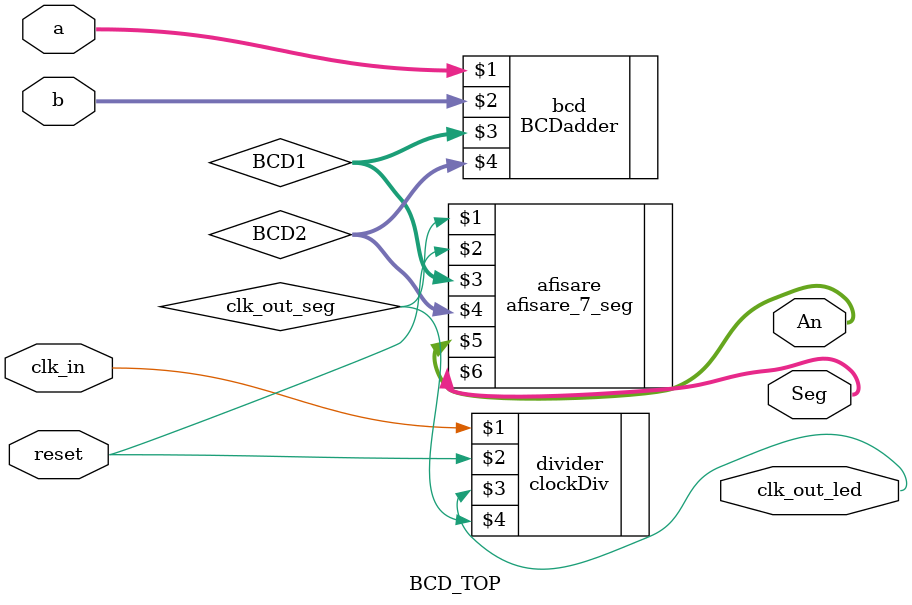
<source format=v>
`timescale 1ns / 1ps


module BCD_TOP(
    input clk_in,reset,
    input [3:0]a, b,
    output [7:0]An,
    output [6:0]Seg,
    output clk_out_led
    );
    
    wire [3:0]BCD1, BCD2;
    
   BCDadder bcd(a, b, BCD1, BCD2);
   clockDiv divider(clk_in, reset, clk_out_led, clk_out_seg); 
   afisare_7_seg afisare(clk_out_seg, reset, BCD1, BCD2, An, Seg);
   
endmodule

</source>
